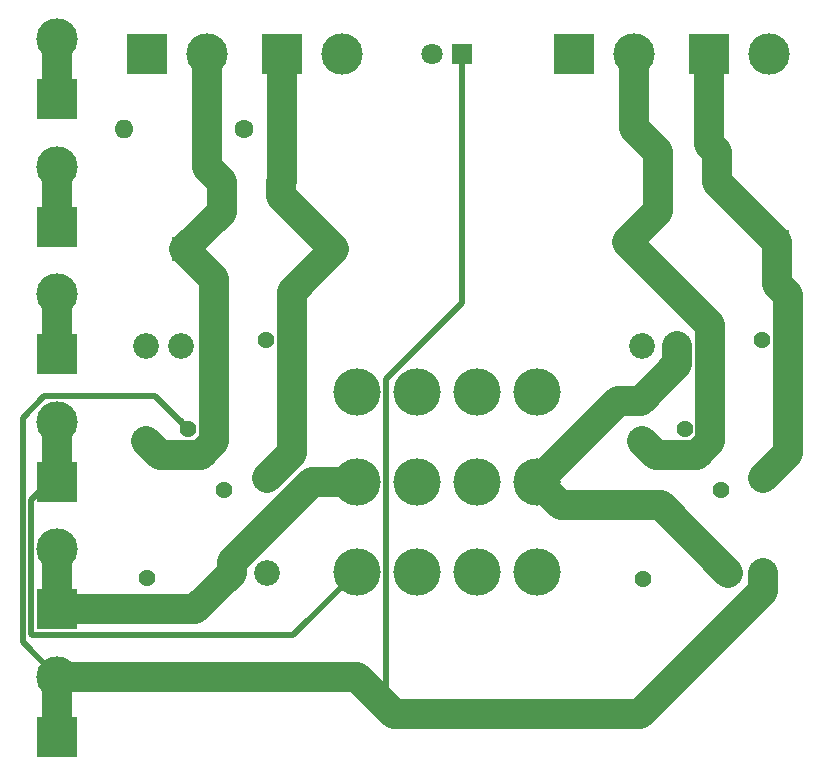
<source format=gbr>
G04 #@! TF.GenerationSoftware,KiCad,Pcbnew,(5.1.9)-1*
G04 #@! TF.CreationDate,2023-04-15T15:35:37-07:00*
G04 #@! TF.ProjectId,RELAYC,52454c41-5943-42e6-9b69-6361645f7063,rev?*
G04 #@! TF.SameCoordinates,Original*
G04 #@! TF.FileFunction,Copper,L1,Top*
G04 #@! TF.FilePolarity,Positive*
%FSLAX46Y46*%
G04 Gerber Fmt 4.6, Leading zero omitted, Abs format (unit mm)*
G04 Created by KiCad (PCBNEW (5.1.9)-1) date 2023-04-15 15:35:37*
%MOMM*%
%LPD*%
G01*
G04 APERTURE LIST*
G04 #@! TA.AperFunction,ComponentPad*
%ADD10C,3.500120*%
G04 #@! TD*
G04 #@! TA.AperFunction,ComponentPad*
%ADD11R,3.500120X3.500120*%
G04 #@! TD*
G04 #@! TA.AperFunction,ComponentPad*
%ADD12C,1.438000*%
G04 #@! TD*
G04 #@! TA.AperFunction,ComponentPad*
%ADD13C,2.175000*%
G04 #@! TD*
G04 #@! TA.AperFunction,ComponentPad*
%ADD14O,2.000000X2.000000*%
G04 #@! TD*
G04 #@! TA.AperFunction,ComponentPad*
%ADD15R,2.000000X2.000000*%
G04 #@! TD*
G04 #@! TA.AperFunction,ComponentPad*
%ADD16C,1.600000*%
G04 #@! TD*
G04 #@! TA.AperFunction,ComponentPad*
%ADD17O,1.600000X1.600000*%
G04 #@! TD*
G04 #@! TA.AperFunction,ComponentPad*
%ADD18R,1.800000X1.800000*%
G04 #@! TD*
G04 #@! TA.AperFunction,ComponentPad*
%ADD19C,1.800000*%
G04 #@! TD*
G04 #@! TA.AperFunction,ComponentPad*
%ADD20C,4.000000*%
G04 #@! TD*
G04 #@! TA.AperFunction,Conductor*
%ADD21C,2.540000*%
G04 #@! TD*
G04 #@! TA.AperFunction,Conductor*
%ADD22C,1.270000*%
G04 #@! TD*
G04 #@! TA.AperFunction,Conductor*
%ADD23C,0.508000*%
G04 #@! TD*
G04 APERTURE END LIST*
D10*
X129540000Y-65405000D03*
D11*
X124460000Y-65405000D03*
D10*
X118110000Y-65405000D03*
D11*
X113030000Y-65405000D03*
D10*
X93345000Y-65405000D03*
D11*
X88265000Y-65405000D03*
D10*
X81915000Y-65405000D03*
D11*
X76835000Y-65405000D03*
D10*
X69215000Y-118110000D03*
D11*
X69215000Y-123190000D03*
D10*
X69215000Y-107315000D03*
D11*
X69215000Y-112395000D03*
D10*
X69215000Y-96520000D03*
D11*
X69215000Y-101600000D03*
D10*
X69215000Y-85725000D03*
D11*
X69215000Y-90805000D03*
D10*
X69215000Y-74930000D03*
D11*
X69215000Y-80010000D03*
D10*
X69215000Y-64135000D03*
D11*
X69215000Y-69215000D03*
D12*
X86935000Y-89605000D03*
X80335000Y-97105000D03*
X83395000Y-102275000D03*
X76795000Y-109775000D03*
D13*
X86995000Y-109275000D03*
X86995000Y-101275000D03*
X83995000Y-109275000D03*
X76735000Y-90105000D03*
X76735000Y-98105000D03*
X79735000Y-90105000D03*
D14*
X92710000Y-81915000D03*
D15*
X80010000Y-81915000D03*
D16*
X88185000Y-76200000D03*
X83185000Y-76200000D03*
D12*
X118805000Y-109785000D03*
X125405000Y-102285000D03*
X122345000Y-97115000D03*
X128945000Y-89615000D03*
D13*
X118745000Y-90115000D03*
X118745000Y-98115000D03*
X121745000Y-90115000D03*
X129005000Y-109285000D03*
X129005000Y-101285000D03*
X126005000Y-109285000D03*
D16*
X85090000Y-71755000D03*
D17*
X74930000Y-71755000D03*
D16*
X97790000Y-121285000D03*
D17*
X107950000Y-121285000D03*
D15*
X130175000Y-81280000D03*
D14*
X117475000Y-81280000D03*
D18*
X103505000Y-65405000D03*
D19*
X100965000Y-65405000D03*
D16*
X125095000Y-73660000D03*
X120095000Y-73660000D03*
D20*
X109855000Y-93980000D03*
X104775000Y-93980000D03*
X109855000Y-101600000D03*
X104775000Y-101600000D03*
X109855000Y-109220000D03*
X104775000Y-109220000D03*
X94615000Y-109220000D03*
X99695000Y-109220000D03*
X94615000Y-101600000D03*
X99695000Y-101600000D03*
X94615000Y-93980000D03*
X99695000Y-93980000D03*
D21*
X124460000Y-73025000D02*
X125095000Y-73660000D01*
X124460000Y-65405000D02*
X124460000Y-73025000D01*
X125095000Y-76200000D02*
X130175000Y-81280000D01*
X125095000Y-73660000D02*
X125095000Y-76200000D01*
X131134001Y-99155999D02*
X129005000Y-101285000D01*
X131134001Y-85779001D02*
X131134001Y-99155999D01*
X130175000Y-84820000D02*
X131134001Y-85779001D01*
X130175000Y-81280000D02*
X130175000Y-84820000D01*
X118110000Y-71675000D02*
X120095000Y-73660000D01*
X118110000Y-65405000D02*
X118110000Y-71675000D01*
X120095000Y-78660000D02*
X117475000Y-81280000D01*
X120095000Y-73660000D02*
X120095000Y-78660000D01*
X123395721Y-99304001D02*
X119934001Y-99304001D01*
X124534001Y-98165721D02*
X123395721Y-99304001D01*
X119934001Y-99304001D02*
X118745000Y-98115000D01*
X124534001Y-88339001D02*
X124534001Y-98165721D01*
X117475000Y-81280000D02*
X124534001Y-88339001D01*
D22*
X128530000Y-108810000D02*
X129005000Y-109285000D01*
X118745000Y-89599959D02*
X118745000Y-90115000D01*
D21*
X94615000Y-118110000D02*
X97790000Y-121285000D01*
X69215000Y-118110000D02*
X94615000Y-118110000D01*
X97790000Y-121285000D02*
X107950000Y-121285000D01*
X129005000Y-110822957D02*
X129005000Y-109285000D01*
X118542957Y-121285000D02*
X129005000Y-110822957D01*
X107950000Y-121285000D02*
X118542957Y-121285000D01*
X69215000Y-118110000D02*
X69215000Y-123190000D01*
D23*
X107229001Y-120564001D02*
X107950000Y-121285000D01*
X97069001Y-120564001D02*
X97790000Y-121285000D01*
X97069001Y-92922999D02*
X97069001Y-120564001D01*
X103505000Y-86487000D02*
X97069001Y-92922999D01*
X103505000Y-65405000D02*
X103505000Y-86487000D01*
X77545939Y-94315939D02*
X80335000Y-97105000D01*
X66302929Y-96170060D02*
X68157050Y-94315939D01*
X66302929Y-115197929D02*
X66302929Y-96170060D01*
X68157050Y-94315939D02*
X77545939Y-94315939D01*
X69215000Y-118110000D02*
X66302929Y-115197929D01*
X80335000Y-97105000D02*
X79610991Y-96380991D01*
D21*
X120319999Y-103599999D02*
X126005000Y-109285000D01*
X111854999Y-103599999D02*
X120319999Y-103599999D01*
X109855000Y-101600000D02*
X111854999Y-103599999D01*
X121745000Y-91652957D02*
X121745000Y-90115000D01*
X118657965Y-94739992D02*
X121745000Y-91652957D01*
X116715008Y-94739992D02*
X118657965Y-94739992D01*
X109855000Y-101600000D02*
X116715008Y-94739992D01*
X80875000Y-112395000D02*
X69215000Y-112395000D01*
X83995000Y-109275000D02*
X80875000Y-112395000D01*
X90795042Y-101600000D02*
X94615000Y-101600000D01*
X83995000Y-108400042D02*
X90795042Y-101600000D01*
X83995000Y-109275000D02*
X83995000Y-108400042D01*
X69215000Y-107315000D02*
X69215000Y-112395000D01*
X69215000Y-96520000D02*
X69215000Y-101600000D01*
D23*
X69215000Y-101600000D02*
X68580000Y-101600000D01*
X89235939Y-114599061D02*
X94615000Y-109220000D01*
X67101739Y-114599061D02*
X89235939Y-114599061D01*
X67010939Y-114508261D02*
X67101739Y-114599061D01*
X67010939Y-103169061D02*
X67010939Y-114508261D01*
X68580000Y-101600000D02*
X67010939Y-103169061D01*
D21*
X69215000Y-85725000D02*
X69215000Y-90805000D01*
X69215000Y-74930000D02*
X69215000Y-80010000D01*
X89124001Y-85500999D02*
X92710000Y-81915000D01*
X89124001Y-99145999D02*
X89124001Y-85500999D01*
X86995000Y-101275000D02*
X89124001Y-99145999D01*
X88185000Y-77390000D02*
X92710000Y-81915000D01*
X88185000Y-76200000D02*
X88185000Y-77390000D01*
X88265000Y-76120000D02*
X88185000Y-76200000D01*
X88265000Y-65405000D02*
X88265000Y-76120000D01*
X82524001Y-84429001D02*
X80010000Y-81915000D01*
X82524001Y-98155721D02*
X82524001Y-84429001D01*
X81385721Y-99294001D02*
X82524001Y-98155721D01*
X77924001Y-99294001D02*
X81385721Y-99294001D01*
X76735000Y-98105000D02*
X77924001Y-99294001D01*
X81915000Y-74930000D02*
X83185000Y-76200000D01*
X83185000Y-78740000D02*
X80010000Y-81915000D01*
X83185000Y-76200000D02*
X83185000Y-78740000D01*
X81915000Y-65405000D02*
X81915000Y-74930000D01*
X69215000Y-64135000D02*
X69215000Y-69215000D01*
M02*

</source>
